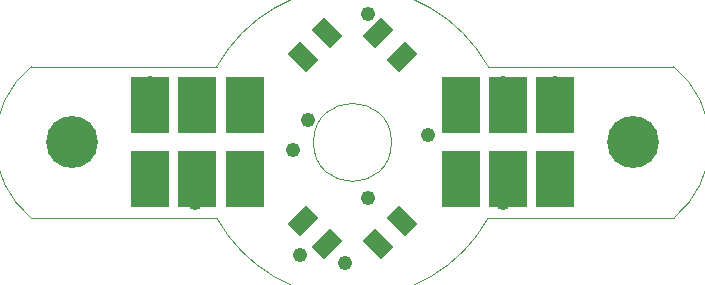
<source format=gbs>
%FSLAX25Y25*%
%MOIN*%
G70*
G01*
G75*
G04 Layer_Color=48896*
%ADD10P,0.08352X4X360.0*%
%ADD11P,0.08352X4X90.0*%
%ADD12C,0.02500*%
%ADD13C,0.00100*%
%ADD14C,0.16500*%
%ADD15C,0.04000*%
G04:AMPARAMS|DCode=16|XSize=80mil|YSize=50mil|CornerRadius=0mil|HoleSize=0mil|Usage=FLASHONLY|Rotation=225.000|XOffset=0mil|YOffset=0mil|HoleType=Round|Shape=Rectangle|*
%AMROTATEDRECTD16*
4,1,4,0.01061,0.04596,0.04596,0.01061,-0.01061,-0.04596,-0.04596,-0.01061,0.01061,0.04596,0.0*
%
%ADD16ROTATEDRECTD16*%

G04:AMPARAMS|DCode=17|XSize=80mil|YSize=50mil|CornerRadius=0mil|HoleSize=0mil|Usage=FLASHONLY|Rotation=315.000|XOffset=0mil|YOffset=0mil|HoleType=Round|Shape=Rectangle|*
%AMROTATEDRECTD17*
4,1,4,-0.04596,0.01061,-0.01061,0.04596,0.04596,-0.01061,0.01061,-0.04596,-0.04596,0.01061,0.0*
%
%ADD17ROTATEDRECTD17*%

%ADD18R,0.12205X0.17716*%
%ADD19R,0.12205X0.17716*%
%ADD20C,0.01000*%
%ADD21P,0.06937X4X360.0*%
%ADD22P,0.06937X4X90.0*%
G04:AMPARAMS|DCode=23|XSize=70mil|YSize=40mil|CornerRadius=0mil|HoleSize=0mil|Usage=FLASHONLY|Rotation=225.000|XOffset=0mil|YOffset=0mil|HoleType=Round|Shape=Rectangle|*
%AMROTATEDRECTD23*
4,1,4,0.01061,0.03889,0.03889,0.01061,-0.01061,-0.03889,-0.03889,-0.01061,0.01061,0.03889,0.0*
%
%ADD23ROTATEDRECTD23*%

G04:AMPARAMS|DCode=24|XSize=70mil|YSize=40mil|CornerRadius=0mil|HoleSize=0mil|Usage=FLASHONLY|Rotation=315.000|XOffset=0mil|YOffset=0mil|HoleType=Round|Shape=Rectangle|*
%AMROTATEDRECTD24*
4,1,4,-0.03889,0.01061,-0.01061,0.03889,0.03889,-0.01061,0.01061,-0.03889,-0.03889,0.01061,0.0*
%
%ADD24ROTATEDRECTD24*%

%ADD25R,0.11205X0.16716*%
%ADD26R,0.11205X0.16716*%
%ADD27P,0.09483X4X360.0*%
%ADD28P,0.09483X4X90.0*%
%ADD29C,0.17300*%
%ADD30C,0.04800*%
G04:AMPARAMS|DCode=31|XSize=88mil|YSize=58mil|CornerRadius=0mil|HoleSize=0mil|Usage=FLASHONLY|Rotation=225.000|XOffset=0mil|YOffset=0mil|HoleType=Round|Shape=Rectangle|*
%AMROTATEDRECTD31*
4,1,4,0.01061,0.05162,0.05162,0.01061,-0.01061,-0.05162,-0.05162,-0.01061,0.01061,0.05162,0.0*
%
%ADD31ROTATEDRECTD31*%

G04:AMPARAMS|DCode=32|XSize=88mil|YSize=58mil|CornerRadius=0mil|HoleSize=0mil|Usage=FLASHONLY|Rotation=315.000|XOffset=0mil|YOffset=0mil|HoleType=Round|Shape=Rectangle|*
%AMROTATEDRECTD32*
4,1,4,-0.05162,0.01061,-0.01061,0.05162,0.05162,-0.01061,0.01061,-0.05162,-0.05162,0.01061,0.0*
%
%ADD32ROTATEDRECTD32*%

%ADD33R,0.13005X0.18517*%
%ADD34R,0.13005X0.18517*%
D13*
X645179Y525300D02*
G03*
X554721Y525300I-45229J-25250D01*
G01*
Y474800D02*
G03*
X645179Y474800I45229J25250D01*
G01*
X612950Y500050D02*
G03*
X612950Y500050I-13000J0D01*
G01*
X492888Y525300D02*
G03*
X492888Y474800I20462J-25250D01*
G01*
X707012D02*
G03*
X707012Y525300I-20462J25250D01*
G01*
X492888Y474800D02*
X554721D01*
X492888Y525300D02*
X554721D01*
X645179Y474800D02*
X707012D01*
X645179Y525300D02*
X707012D01*
D29*
X506375Y500050D02*
D03*
X693525D02*
D03*
D30*
X582500Y462500D02*
D03*
X597500Y460000D02*
D03*
X547500Y480000D02*
D03*
X532500Y520000D02*
D03*
X605210Y481446D02*
D03*
X580000Y497500D02*
D03*
X565000Y512500D02*
D03*
X585000Y507500D02*
D03*
X605196Y542774D02*
D03*
X625000Y502500D02*
D03*
X636926Y485841D02*
D03*
X650000Y480000D02*
D03*
Y520000D02*
D03*
X667500D02*
D03*
D31*
X583611Y473889D02*
D03*
X591389Y466111D02*
D03*
X616389Y528611D02*
D03*
X608611Y536389D02*
D03*
D32*
Y466111D02*
D03*
X616389Y473889D02*
D03*
X591389Y536389D02*
D03*
X583611Y528611D02*
D03*
D33*
X636004Y512500D02*
D03*
X651752D02*
D03*
X667500D02*
D03*
X564000Y487894D02*
D03*
X548252D02*
D03*
X532504D02*
D03*
D34*
X636004D02*
D03*
X651752D02*
D03*
X667500D02*
D03*
X564000Y512500D02*
D03*
X548252D02*
D03*
X532504D02*
D03*
M02*

</source>
